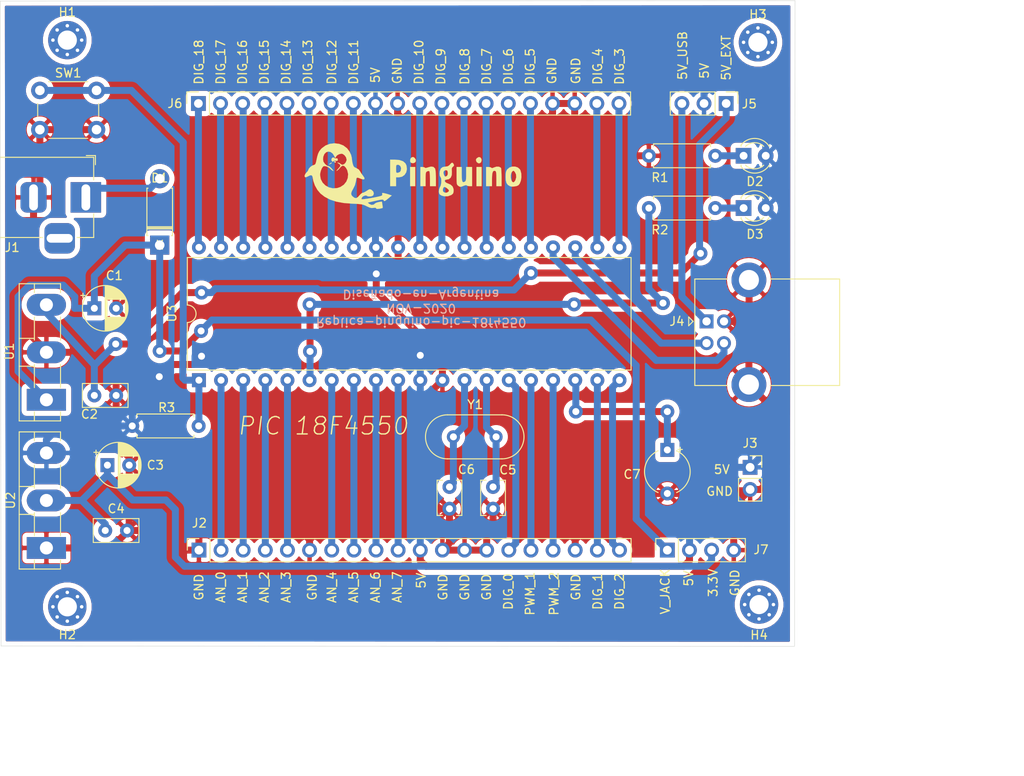
<source format=kicad_pcb>
(kicad_pcb (version 20171130) (host pcbnew 5.1.7-a382d34a8~87~ubuntu18.04.1)
  (title_block (title REPLICA-PLACA-PINGUINO-PIC) (date 04/11/20) (rev 1.0) (comment 1 "Author: Ing. Jose Mauricio Lara Tapia") (comment 2 "Reviewer: Raul Alejandro Camacho Dorado") (comment 3 "Reviewer: Diego Brengi") (comment 4 "Licencia BSD (proyecto CIAA), GPL o OHL (Cern"))
  (layers (0 F.Cu signal hide) (31 B.Cu signal hide) (34 B.Paste user hide) (35 F.Paste user hide) (36 B.SilkS user) (37 F.SilkS user) (38 B.Mask user hide) (39 F.Mask user hide) (44 Edge.Cuts user))
  (net 0 "")
  (net 1 GND)
  (net 2 /V_JACK)
  (net 3 /+5V_EXT)
  (net 4 /+3.3V)
  (net 5 "Net-(C5-Pad1)")
  (net 6 "Net-(C6-Pad1)")
  (net 7 "Net-(C7-Pad1)")
  (net 8 "Net-(D1-Pad2)")
  (net 9 "Net-(D2-Pad1)")
  (net 10 /+5V)
  (net 11 "Net-(D3-Pad1)")
  (net 12 /ANALOG_PIN13)
  (net 13 /ANALOG_PIN14)
  (net 14 /ANALOG_PIN15)
  (net 15 /ANALOG_PIN16)
  (net 16 /ANALOG_PIN17)
  (net 17 /ANALOG_PIN18)
  (net 18 /ANALOG_PIN19)
  (net 19 /ANALOG_PIN20)
  (net 20 /PIN10)
  (net 21 /PWM_PIN11)
  (net 22 /PWM_PIN12)
  (net 23 /PIN21)
  (net 24 /PIN22)
  (net 25 /+5V_USB)
  (net 26 "Net-(J4-Pad2)")
  (net 27 "Net-(J4-Pad3)")
  (net 28 /PIN23)
  (net 29 /PIN24)
  (net 30 /PIN8)
  (net 31 /PIN9)
  (net 32 /PIN25)
  (net 33 /PIN26)
  (net 34 /PIN27)
  (net 35 /PIN28)
  (net 36 /PIN0)
  (net 37 /PIN1)
  (net 38 /PIN2)
  (net 39 /PIN3)
  (net 40 /PIN4)
  (net 41 /PIN5)
  (net 42 /PIN6)
  (net 43 /PIN7)
  (net 44 /LED_RUN)
  (net 45 /RESET)
  (module logoPCB:logo_v3_mod (layer F.Cu) (at 113.5 63.75)
    (fp_text reference G*** hide)
    (fp_text value LOGO hide)
  )
  (module logoPCB:logo_placa (layer F.Cu) (at 97.75 94.25)
    (fp_text reference G*** hide)
    (fp_text value LOGO hide)
  )
  (module logoPCB:logo_placa (layer F.Cu) (at 97 94.75)
    (fp_text reference G*** hide)
    (fp_text value LOGO hide)
  )
  (module MountingHole:MountingHole_2.2mm_M2_Pad_Via (layer F.Cu) (at 152.274 110.998)
    (fp_text reference H4 (at 0 3.502) (layer F.SilkS))
    (fp_text value MountingHole)
    (pad 1 thru_hole circle (at 1.166726 -1.166726) (size 0.7 0.7) (drill 0.4) (layers *.Cu *.Mask))
    (pad 1 thru_hole circle (at 0 -1.65) (size 0.7 0.7) (drill 0.4) (layers *.Cu *.Mask))
    (pad 1 thru_hole circle (at -1.166726 -1.166726) (size 0.7 0.7) (drill 0.4) (layers *.Cu *.Mask))
    (pad 1 thru_hole circle (at -1.65 0) (size 0.7 0.7) (drill 0.4) (layers *.Cu *.Mask))
    (pad 1 thru_hole circle (at -1.166726 1.166726) (size 0.7 0.7) (drill 0.4) (layers *.Cu *.Mask))
    (pad 1 thru_hole circle (at 0 1.65) (size 0.7 0.7) (drill 0.4) (layers *.Cu *.Mask))
    (pad 1 thru_hole circle (at 1.166726 1.166726) (size 0.7 0.7) (drill 0.4) (layers *.Cu *.Mask))
    (pad 1 thru_hole circle (at 1.65 0) (size 0.7 0.7) (drill 0.4) (layers *.Cu *.Mask))
    (pad 1 thru_hole circle (at 0 0) (size 4.4 4.4) (drill 2.2) (layers *.Cu *.Mask))
  )
  (module MountingHole:MountingHole_2.2mm_M2_Pad_Via (layer F.Cu) (at 152.146 46.482)
    (fp_text reference H3 (at 0 -3.2) (layer F.SilkS))
    (fp_text value MountingHole)
    (pad 1 thru_hole circle (at 1.166726 -1.166726) (size 0.7 0.7) (drill 0.4) (layers *.Cu *.Mask))
    (pad 1 thru_hole circle (at 0 -1.65) (size 0.7 0.7) (drill 0.4) (layers *.Cu *.Mask))
    (pad 1 thru_hole circle (at -1.166726 -1.166726) (size 0.7 0.7) (drill 0.4) (layers *.Cu *.Mask))
    (pad 1 thru_hole circle (at -1.65 0) (size 0.7 0.7) (drill 0.4) (layers *.Cu *.Mask))
    (pad 1 thru_hole circle (at -1.166726 1.166726) (size 0.7 0.7) (drill 0.4) (layers *.Cu *.Mask))
    (pad 1 thru_hole circle (at 0 1.65) (size 0.7 0.7) (drill 0.4) (layers *.Cu *.Mask))
    (pad 1 thru_hole circle (at 1.166726 1.166726) (size 0.7 0.7) (drill 0.4) (layers *.Cu *.Mask))
    (pad 1 thru_hole circle (at 1.65 0) (size 0.7 0.7) (drill 0.4) (layers *.Cu *.Mask))
    (pad 1 thru_hole circle (at 0 0) (size 4.4 4.4) (drill 2.2) (layers *.Cu *.Mask))
  )
  (module MountingHole:MountingHole_2.2mm_M2_Pad_Via (layer F.Cu) (at 72.898 111.252 180)
    (fp_text reference H2 (at 0 -3.2) (layer F.SilkS))
    (fp_text value MountingHole)
    (pad 1 thru_hole circle (at 1.166726 -1.166726 180) (size 0.7 0.7) (drill 0.4) (layers *.Cu *.Mask))
    (pad 1 thru_hole circle (at 0 -1.65 180) (size 0.7 0.7) (drill 0.4) (layers *.Cu *.Mask))
    (pad 1 thru_hole circle (at -1.166726 -1.166726 180) (size 0.7 0.7) (drill 0.4) (layers *.Cu *.Mask))
    (pad 1 thru_hole circle (at -1.65 0 180) (size 0.7 0.7) (drill 0.4) (layers *.Cu *.Mask))
    (pad 1 thru_hole circle (at -1.166726 1.166726 180) (size 0.7 0.7) (drill 0.4) (layers *.Cu *.Mask))
    (pad 1 thru_hole circle (at 0 1.65 180) (size 0.7 0.7) (drill 0.4) (layers *.Cu *.Mask))
    (pad 1 thru_hole circle (at 1.166726 1.166726 180) (size 0.7 0.7) (drill 0.4) (layers *.Cu *.Mask))
    (pad 1 thru_hole circle (at 1.65 0 180) (size 0.7 0.7) (drill 0.4) (layers *.Cu *.Mask))
    (pad 1 thru_hole circle (at 0 0 180) (size 4.4 4.4) (drill 2.2) (layers *.Cu *.Mask))
  )
  (module MountingHole:MountingHole_2.2mm_M2_Pad_Via (layer F.Cu) (at 72.898 46.228)
    (fp_text reference H1 (at 0 -3.2) (layer F.SilkS))
    (fp_text value MountingHole)
    (pad 1 thru_hole circle (at 1.166726 -1.166726) (size 0.7 0.7) (drill 0.4) (layers *.Cu *.Mask))
    (pad 1 thru_hole circle (at 0 -1.65) (size 0.7 0.7) (drill 0.4) (layers *.Cu *.Mask))
    (pad 1 thru_hole circle (at -1.166726 -1.166726) (size 0.7 0.7) (drill 0.4) (layers *.Cu *.Mask))
    (pad 1 thru_hole circle (at -1.65 0) (size 0.7 0.7) (drill 0.4) (layers *.Cu *.Mask))
    (pad 1 thru_hole circle (at -1.166726 1.166726) (size 0.7 0.7) (drill 0.4) (layers *.Cu *.Mask))
    (pad 1 thru_hole circle (at 0 1.65) (size 0.7 0.7) (drill 0.4) (layers *.Cu *.Mask))
    (pad 1 thru_hole circle (at 1.166726 1.166726) (size 0.7 0.7) (drill 0.4) (layers *.Cu *.Mask))
    (pad 1 thru_hole circle (at 1.65 0) (size 0.7 0.7) (drill 0.4) (layers *.Cu *.Mask))
    (pad 1 thru_hole circle (at 0 0) (size 4.4 4.4) (drill 2.2) (layers *.Cu *.Mask))
  )
  (module Package_DIP:DIP-40_W15.24mm (layer F.Cu) (at 88 85.25 90)
    (fp_text reference U3 (at 7.65 -3.1 90) (layer F.SilkS))
    (fp_text value PIC18F4550-IP)
    (pad 1 thru_hole rect (at 0 0 90) (size 1.6 1.6) (drill 0.8) (layers *.Cu *.Mask) (net 45 /RESET))
    (pad 21 thru_hole oval (at 15.24 48.26 90) (size 1.6 1.6) (drill 0.8) (layers *.Cu *.Mask) (net 28 /PIN23))
    (pad 2 thru_hole oval (at 0 2.54 90) (size 1.6 1.6) (drill 0.8) (layers *.Cu *.Mask) (net 12 /ANALOG_PIN13))
    (pad 22 thru_hole oval (at 15.24 45.72 90) (size 1.6 1.6) (drill 0.8) (layers *.Cu *.Mask) (net 29 /PIN24))
    (pad 3 thru_hole oval (at 0 5.08 90) (size 1.6 1.6) (drill 0.8) (layers *.Cu *.Mask) (net 13 /ANALOG_PIN14))
    (pad 23 thru_hole oval (at 15.24 43.18 90) (size 1.6 1.6) (drill 0.8) (layers *.Cu *.Mask) (net 26 "Net-(J4-Pad2)"))
    (pad 4 thru_hole oval (at 0 7.62 90) (size 1.6 1.6) (drill 0.8) (layers *.Cu *.Mask) (net 14 /ANALOG_PIN15))
    (pad 24 thru_hole oval (at 15.24 40.64 90) (size 1.6 1.6) (drill 0.8) (layers *.Cu *.Mask) (net 27 "Net-(J4-Pad3)"))
    (pad 5 thru_hole oval (at 0 10.16 90) (size 1.6 1.6) (drill 0.8) (layers *.Cu *.Mask) (net 15 /ANALOG_PIN16))
    (pad 25 thru_hole oval (at 15.24 38.1 90) (size 1.6 1.6) (drill 0.8) (layers *.Cu *.Mask) (net 30 /PIN8))
    (pad 6 thru_hole oval (at 0 12.7 90) (size 1.6 1.6) (drill 0.8) (layers *.Cu *.Mask) (net 44 /LED_RUN))
    (pad 26 thru_hole oval (at 15.24 35.56 90) (size 1.6 1.6) (drill 0.8) (layers *.Cu *.Mask) (net 31 /PIN9))
    (pad 7 thru_hole oval (at 0 15.24 90) (size 1.6 1.6) (drill 0.8) (layers *.Cu *.Mask) (net 16 /ANALOG_PIN17))
    (pad 27 thru_hole oval (at 15.24 33.02 90) (size 1.6 1.6) (drill 0.8) (layers *.Cu *.Mask) (net 32 /PIN25))
    (pad 8 thru_hole oval (at 0 17.78 90) (size 1.6 1.6) (drill 0.8) (layers *.Cu *.Mask) (net 17 /ANALOG_PIN18))
    (pad 28 thru_hole oval (at 15.24 30.48 90) (size 1.6 1.6) (drill 0.8) (layers *.Cu *.Mask) (net 33 /PIN26))
    (pad 9 thru_hole oval (at 0 20.32 90) (size 1.6 1.6) (drill 0.8) (layers *.Cu *.Mask) (net 18 /ANALOG_PIN19))
    (pad 29 thru_hole oval (at 15.24 27.94 90) (size 1.6 1.6) (drill 0.8) (layers *.Cu *.Mask) (net 34 /PIN27))
    (pad 10 thru_hole oval (at 0 22.86 90) (size 1.6 1.6) (drill 0.8) (layers *.Cu *.Mask) (net 19 /ANALOG_PIN20))
    (pad 30 thru_hole oval (at 15.24 25.4 90) (size 1.6 1.6) (drill 0.8) (layers *.Cu *.Mask) (net 35 /PIN28))
    (pad 11 thru_hole oval (at 0 25.4 90) (size 1.6 1.6) (drill 0.8) (layers *.Cu *.Mask) (net 10 /+5V))
    (pad 31 thru_hole oval (at 15.24 22.86 90) (size 1.6 1.6) (drill 0.8) (layers *.Cu *.Mask) (net 1 GND))
    (pad 12 thru_hole oval (at 0 27.94 90) (size 1.6 1.6) (drill 0.8) (layers *.Cu *.Mask) (net 1 GND))
    (pad 32 thru_hole oval (at 15.24 20.32 90) (size 1.6 1.6) (drill 0.8) (layers *.Cu *.Mask) (net 10 /+5V))
    (pad 13 thru_hole oval (at 0 30.48 90) (size 1.6 1.6) (drill 0.8) (layers *.Cu *.Mask) (net 6 "Net-(C6-Pad1)"))
    (pad 33 thru_hole oval (at 15.24 17.78 90) (size 1.6 1.6) (drill 0.8) (layers *.Cu *.Mask) (net 36 /PIN0))
    (pad 14 thru_hole oval (at 0 33.02 90) (size 1.6 1.6) (drill 0.8) (layers *.Cu *.Mask) (net 5 "Net-(C5-Pad1)"))
    (pad 34 thru_hole oval (at 15.24 15.24 90) (size 1.6 1.6) (drill 0.8) (layers *.Cu *.Mask) (net 37 /PIN1))
    (pad 15 thru_hole oval (at 0 35.56 90) (size 1.6 1.6) (drill 0.8) (layers *.Cu *.Mask) (net 20 /PIN10))
    (pad 35 thru_hole oval (at 15.24 12.7 90) (size 1.6 1.6) (drill 0.8) (layers *.Cu *.Mask) (net 38 /PIN2))
    (pad 16 thru_hole oval (at 0 38.1 90) (size 1.6 1.6) (drill 0.8) (layers *.Cu *.Mask) (net 21 /PWM_PIN11))
    (pad 36 thru_hole oval (at 15.24 10.16 90) (size 1.6 1.6) (drill 0.8) (layers *.Cu *.Mask) (net 39 /PIN3))
    (pad 17 thru_hole oval (at 0 40.64 90) (size 1.6 1.6) (drill 0.8) (layers *.Cu *.Mask) (net 22 /PWM_PIN12))
    (pad 37 thru_hole oval (at 15.24 7.62 90) (size 1.6 1.6) (drill 0.8) (layers *.Cu *.Mask) (net 40 /PIN4))
    (pad 18 thru_hole oval (at 0 43.18 90) (size 1.6 1.6) (drill 0.8) (layers *.Cu *.Mask) (net 7 "Net-(C7-Pad1)"))
    (pad 38 thru_hole oval (at 15.24 5.08 90) (size 1.6 1.6) (drill 0.8) (layers *.Cu *.Mask) (net 41 /PIN5))
    (pad 19 thru_hole oval (at 0 45.72 90) (size 1.6 1.6) (drill 0.8) (layers *.Cu *.Mask) (net 23 /PIN21))
    (pad 39 thru_hole oval (at 15.24 2.54 90) (size 1.6 1.6) (drill 0.8) (layers *.Cu *.Mask) (net 42 /PIN6))
    (pad 20 thru_hole oval (at 0 48.26 90) (size 1.6 1.6) (drill 0.8) (layers *.Cu *.Mask) (net 24 /PIN22))
    (pad 40 thru_hole oval (at 15.24 0 90) (size 1.6 1.6) (drill 0.8) (layers *.Cu *.Mask) (net 43 /PIN7))
  )
  (module Package_TO_SOT_THT:TO-3P-3_Vertical (layer F.Cu) (at 70.5 104.5 90)
    (fp_text reference U2 (at 5.45 -4.12 90) (layer F.SilkS))
    (fp_text value AZ1117-3.3)
    (pad 3 thru_hole oval (at 10.9 0 90) (size 2.5 4.5) (drill 1.5) (layers *.Cu *.Mask) (net 10 /+5V))
    (pad 2 thru_hole oval (at 5.45 0 90) (size 2.5 4.5) (drill 1.5) (layers *.Cu *.Mask) (net 4 /+3.3V))
    (pad 1 thru_hole rect (at 0 0 90) (size 2.5 4.5) (drill 1.5) (layers *.Cu *.Mask) (net 1 GND))
  )
  (module Connector_USB:USB_B_Lumberg_2411_02_Horizontal (layer F.Cu) (at 146.25 78.5)
    (fp_text reference J4 (at -3.4 0) (layer F.SilkS))
    (fp_text value USB_B)
    (pad 1 thru_hole rect (at 0 0 90) (size 1.6 1.6) (drill 0.95) (layers *.Cu *.Mask) (net 25 /+5V_USB))
    (pad 2 thru_hole circle (at 0 2.5 90) (size 1.6 1.6) (drill 0.95) (layers *.Cu *.Mask) (net 26 "Net-(J4-Pad2)"))
    (pad 3 thru_hole circle (at 2 2.5 90) (size 1.6 1.6) (drill 0.95) (layers *.Cu *.Mask) (net 27 "Net-(J4-Pad3)"))
    (pad 4 thru_hole circle (at 2 0 90) (size 1.6 1.6) (drill 0.95) (layers *.Cu *.Mask) (net 1 GND))
    (pad 5 thru_hole circle (at 4.86 7.25 90) (size 4 4) (drill 2.3) (layers *.Cu *.Mask) (net 1 GND))
    (pad 5 thru_hole circle (at 4.86 -4.75 90) (size 4 4) (drill 2.3) (layers *.Cu *.Mask) (net 1 GND))
  )
  (module Connector_BarrelJack:BarrelJack_Horizontal (layer F.Cu) (at 75.025 64.275)
    (fp_text reference J1 (at -8.45 5.75) (layer F.SilkS))
    (fp_text value Jack-DC)
    (pad 1 thru_hole rect (at 0 0) (size 3.5 3.5) (drill oval 1 3) (layers *.Cu *.Mask) (net 8 "Net-(D1-Pad2)"))
    (pad 2 thru_hole roundrect (at -6 0) (size 3 3.5) (drill oval 1 3) (layers *.Cu *.Mask) (net 1 GND))
    (pad 3 thru_hole roundrect (at -3 4.7) (size 3.5 3.5) (drill oval 3 1) (layers *.Cu *.Mask))
  )
  (module Connector_PinSocket_2.54mm:PinSocket_1x20_P2.54mm_Vertical (layer F.Cu) (at 88 104.75 90)
    (fp_text reference J2 (at 3.1 0.05 180) (layer F.SilkS))
    (fp_text value Pin_Header)
    (pad 20 thru_hole oval (at 0 48.26 90) (size 1.7 1.7) (drill 1) (layers *.Cu *.Mask) (net 24 /PIN22))
    (pad 19 thru_hole oval (at 0 45.72 90) (size 1.7 1.7) (drill 1) (layers *.Cu *.Mask) (net 23 /PIN21))
    (pad 18 thru_hole oval (at 0 43.18 90) (size 1.7 1.7) (drill 1) (layers *.Cu *.Mask) (net 1 GND))
    (pad 17 thru_hole oval (at 0 40.64 90) (size 1.7 1.7) (drill 1) (layers *.Cu *.Mask) (net 22 /PWM_PIN12))
    (pad 16 thru_hole oval (at 0 38.1 90) (size 1.7 1.7) (drill 1) (layers *.Cu *.Mask) (net 21 /PWM_PIN11))
    (pad 15 thru_hole oval (at 0 35.56 90) (size 1.7 1.7) (drill 1) (layers *.Cu *.Mask) (net 20 /PIN10))
    (pad 14 thru_hole oval (at 0 33.02 90) (size 1.7 1.7) (drill 1) (layers *.Cu *.Mask) (net 1 GND))
    (pad 13 thru_hole oval (at 0 30.48 90) (size 1.7 1.7) (drill 1) (layers *.Cu *.Mask) (net 1 GND))
    (pad 12 thru_hole oval (at 0 27.94 90) (size 1.7 1.7) (drill 1) (layers *.Cu *.Mask) (net 1 GND))
    (pad 11 thru_hole oval (at 0 25.4 90) (size 1.7 1.7) (drill 1) (layers *.Cu *.Mask) (net 10 /+5V))
    (pad 10 thru_hole oval (at 0 22.86 90) (size 1.7 1.7) (drill 1) (layers *.Cu *.Mask) (net 19 /ANALOG_PIN20))
    (pad 9 thru_hole oval (at 0 20.32 90) (size 1.7 1.7) (drill 1) (layers *.Cu *.Mask) (net 18 /ANALOG_PIN19))
    (pad 8 thru_hole oval (at 0 17.78 90) (size 1.7 1.7) (drill 1) (layers *.Cu *.Mask) (net 17 /ANALOG_PIN18))
    (pad 7 thru_hole oval (at 0 15.24 90) (size 1.7 1.7) (drill 1) (layers *.Cu *.Mask) (net 16 /ANALOG_PIN17))
    (pad 6 thru_hole oval (at 0 12.7 90) (size 1.7 1.7) (drill 1) (layers *.Cu *.Mask) (net 1 GND))
    (pad 5 thru_hole oval (at 0 10.16 90) (size 1.7 1.7) (drill 1) (layers *.Cu *.Mask) (net 15 /ANALOG_PIN16))
    (pad 4 thru_hole oval (at 0 7.62 90) (size 1.7 1.7) (drill 1) (layers *.Cu *.Mask) (net 14 /ANALOG_PIN15))
    (pad 3 thru_hole oval (at 0 5.08 90) (size 1.7 1.7) (drill 1) (layers *.Cu *.Mask) (net 13 /ANALOG_PIN14))
    (pad 2 thru_hole oval (at 0 2.54 90) (size 1.7 1.7) (drill 1) (layers *.Cu *.Mask) (net 12 /ANALOG_PIN13))
    (pad 1 thru_hole rect (at 0 0 90) (size 1.7 1.7) (drill 1) (layers *.Cu *.Mask) (net 1 GND))
  )
  (module Capacitor_THT:CP_Radial_D5.0mm_P2.50mm (layer F.Cu) (at 76 77)
    (fp_text reference C1 (at 2.3 -3.75) (layer F.SilkS))
    (fp_text value 100uF)
    (pad 1 thru_hole rect (at 0 0) (size 1.6 1.6) (drill 0.8) (layers *.Cu *.Mask) (net 2 /V_JACK))
    (pad 2 thru_hole circle (at 2.5 0) (size 1.6 1.6) (drill 0.8) (layers *.Cu *.Mask) (net 1 GND))
  )
  (module Capacitor_THT:C_Disc_D5.0mm_W2.5mm_P2.50mm (layer F.Cu) (at 76 87)
    (fp_text reference C2 (at -0.562 2.154) (layer F.SilkS))
    (fp_text value 100nF)
    (pad 2 thru_hole circle (at 2.5 0) (size 1.6 1.6) (drill 0.8) (layers *.Cu *.Mask) (net 1 GND))
    (pad 1 thru_hole circle (at 0 0) (size 1.6 1.6) (drill 0.8) (layers *.Cu *.Mask) (net 3 /+5V_EXT))
  )
  (module Capacitor_THT:CP_Radial_D5.0mm_P2.50mm (layer F.Cu) (at 77.5 95)
    (fp_text reference C3 (at 5.5 0) (layer F.SilkS))
    (fp_text value 47uF)
    (pad 1 thru_hole rect (at 0 0) (size 1.6 1.6) (drill 0.8) (layers *.Cu *.Mask) (net 4 /+3.3V))
    (pad 2 thru_hole circle (at 2.5 0) (size 1.6 1.6) (drill 0.8) (layers *.Cu *.Mask) (net 1 GND))
  )
  (module Capacitor_THT:C_Disc_D5.0mm_W2.5mm_P2.50mm (layer F.Cu) (at 77.25 102.5)
    (fp_text reference C4 (at 1.25 -2.5) (layer F.SilkS))
    (fp_text value 100nF)
    (pad 1 thru_hole circle (at 0 0) (size 1.6 1.6) (drill 0.8) (layers *.Cu *.Mask) (net 4 /+3.3V))
    (pad 2 thru_hole circle (at 2.5 0) (size 1.6 1.6) (drill 0.8) (layers *.Cu *.Mask) (net 1 GND))
  )
  (module Capacitor_THT:C_Disc_D3.8mm_W2.6mm_P2.50mm (layer F.Cu) (at 121.75 97.5 270)
    (fp_text reference C5 (at -1.95 -1.7 180) (layer F.SilkS))
    (fp_text value 22pF)
    (pad 1 thru_hole circle (at 0 0 270) (size 1.6 1.6) (drill 0.8) (layers *.Cu *.Mask) (net 5 "Net-(C5-Pad1)"))
    (pad 2 thru_hole circle (at 2.5 0 270) (size 1.6 1.6) (drill 0.8) (layers *.Cu *.Mask) (net 1 GND))
  )
  (module Capacitor_THT:C_Disc_D3.8mm_W2.6mm_P2.50mm (layer F.Cu) (at 116.75 97.5 270)
    (fp_text reference C6 (at -2 -1.95 180) (layer F.SilkS))
    (fp_text value 22pF)
    (pad 2 thru_hole circle (at 2.5 0 270) (size 1.6 1.6) (drill 0.8) (layers *.Cu *.Mask) (net 1 GND))
    (pad 1 thru_hole circle (at 0 0 270) (size 1.6 1.6) (drill 0.8) (layers *.Cu *.Mask) (net 6 "Net-(C6-Pad1)"))
  )
  (module Capacitor_THT:CP_Radial_Tantal_D5.0mm_P5.00mm (layer F.Cu) (at 141.75 93.25 270)
    (fp_text reference C7 (at 2.8 4.05 180) (layer F.SilkS))
    (fp_text value 220nF)
    (pad 1 thru_hole rect (at 0 0 270) (size 1.6 1.6) (drill 0.8) (layers *.Cu *.Mask) (net 7 "Net-(C7-Pad1)"))
    (pad 2 thru_hole circle (at 5 0 270) (size 1.6 1.6) (drill 0.8) (layers *.Cu *.Mask) (net 1 GND))
  )
  (module Diode_THT:D_DO-41_SOD81_P7.62mm_Horizontal (layer F.Cu) (at 83.5 69.75 90)
    (fp_text reference D1 (at 7.7 0 180) (layer F.SilkS))
    (fp_text value 1N4004)
    (fp_text user K (at 0 0 180) (layer F.SilkS))
    (pad 1 thru_hole rect (at 0 0 90) (size 2.2 2.2) (drill 1.1) (layers *.Cu *.Mask) (net 2 /V_JACK))
    (pad 2 thru_hole oval (at 7.62 0 90) (size 2.2 2.2) (drill 1.1) (layers *.Cu *.Mask) (net 8 "Net-(D1-Pad2)"))
  )
  (module LED_THT:LED_D3.0mm (layer F.Cu) (at 150.5 59.5)
    (fp_text reference D2 (at 1.3 2.95) (layer F.SilkS))
    (fp_text value LED_POWER)
    (pad 1 thru_hole rect (at 0 0) (size 1.8 1.8) (drill 0.9) (layers *.Cu *.Mask) (net 9 "Net-(D2-Pad1)"))
    (pad 2 thru_hole circle (at 2.54 0) (size 1.8 1.8) (drill 0.9) (layers *.Cu *.Mask) (net 10 /+5V))
  )
  (module LED_THT:LED_D3.0mm (layer F.Cu) (at 150.5 65.5)
    (fp_text reference D3 (at 1.3 3) (layer F.SilkS))
    (fp_text value LED_RUN)
    (pad 2 thru_hole circle (at 2.54 0) (size 1.8 1.8) (drill 0.9) (layers *.Cu *.Mask) (net 10 /+5V))
    (pad 1 thru_hole rect (at 0 0) (size 1.8 1.8) (drill 0.9) (layers *.Cu *.Mask) (net 11 "Net-(D3-Pad1)"))
  )
  (module Connector_PinSocket_2.54mm:PinSocket_1x02_P2.54mm_Vertical (layer F.Cu) (at 151.25 95.25)
    (fp_text reference J3 (at 0 -2.77) (layer F.SilkS))
    (fp_text value Conn_01x02)
    (pad 1 thru_hole rect (at 0 0) (size 1.7 1.7) (drill 1) (layers *.Cu *.Mask) (net 10 /+5V))
    (pad 2 thru_hole oval (at 0 2.54) (size 1.7 1.7) (drill 1) (layers *.Cu *.Mask) (net 1 GND))
  )
  (module Connector_PinHeader_2.54mm:PinHeader_1x03_P2.54mm_Vertical (layer F.Cu) (at 148.5 53.5 270)
    (fp_text reference J5 (at 0.05 -2.65 180) (layer F.SilkS))
    (fp_text value Conn_01x03)
    (pad 1 thru_hole rect (at 0 0 270) (size 1.7 1.7) (drill 1) (layers *.Cu *.Mask) (net 3 /+5V_EXT))
    (pad 2 thru_hole oval (at 0 2.54 270) (size 1.7 1.7) (drill 1) (layers *.Cu *.Mask) (net 10 /+5V))
    (pad 3 thru_hole oval (at 0 5.08 270) (size 1.7 1.7) (drill 1) (layers *.Cu *.Mask) (net 25 /+5V_USB))
  )
  (module Connector_PinSocket_2.54mm:PinSocket_1x20_P2.54mm_Vertical (layer F.Cu) (at 87.94 53.5 90)
    (fp_text reference J6 (at 0 -2.69 180) (layer F.SilkS))
    (fp_text value Pin_Header)
    (pad 1 thru_hole rect (at 0 0 90) (size 1.7 1.7) (drill 1) (layers *.Cu *.Mask) (net 43 /PIN7))
    (pad 2 thru_hole oval (at 0 2.54 90) (size 1.7 1.7) (drill 1) (layers *.Cu *.Mask) (net 42 /PIN6))
    (pad 3 thru_hole oval (at 0 5.08 90) (size 1.7 1.7) (drill 1) (layers *.Cu *.Mask) (net 41 /PIN5))
    (pad 4 thru_hole oval (at 0 7.62 90) (size 1.7 1.7) (drill 1) (layers *.Cu *.Mask) (net 40 /PIN4))
    (pad 5 thru_hole oval (at 0 10.16 90) (size 1.7 1.7) (drill 1) (layers *.Cu *.Mask) (net 39 /PIN3))
    (pad 6 thru_hole oval (at 0 12.7 90) (size 1.7 1.7) (drill 1) (layers *.Cu *.Mask) (net 38 /PIN2))
    (pad 7 thru_hole oval (at 0 15.24 90) (size 1.7 1.7) (drill 1) (layers *.Cu *.Mask) (net 37 /PIN1))
    (pad 8 thru_hole oval (at 0 17.78 90) (size 1.7 1.7) (drill 1) (layers *.Cu *.Mask) (net 36 /PIN0))
    (pad 9 thru_hole oval (at 0 20.32 90) (size 1.7 1.7) (drill 1) (layers *.Cu *.Mask) (net 10 /+5V))
    (pad 10 thru_hole oval (at 0 22.86 90) (size 1.7 1.7) (drill 1) (layers *.Cu *.Mask) (net 1 GND))
    (pad 11 thru_hole oval (at 0 25.4 90) (size 1.7 1.7) (drill 1) (layers *.Cu *.Mask) (net 35 /PIN28))
    (pad 12 thru_hole oval (at 0 27.94 90) (size 1.7 1.7) (drill 1) (layers *.Cu *.Mask) (net 34 /PIN27))
    (pad 13 thru_hole oval (at 0 30.48 90) (size 1.7 1.7) (drill 1) (layers *.Cu *.Mask) (net 33 /PIN26))
    (pad 14 thru_hole oval (at 0 33.02 90) (size 1.7 1.7) (drill 1) (layers *.Cu *.Mask) (net 32 /PIN25))
    (pad 15 thru_hole oval (at 0 35.56 90) (size 1.7 1.7) (drill 1) (layers *.Cu *.Mask) (net 31 /PIN9))
    (pad 16 thru_hole oval (at 0 38.1 90) (size 1.7 1.7) (drill 1) (layers *.Cu *.Mask) (net 30 /PIN8))
    (pad 17 thru_hole oval (at 0 40.64 90) (size 1.7 1.7) (drill 1) (layers *.Cu *.Mask) (net 1 GND))
    (pad 18 thru_hole oval (at 0 43.18 90) (size 1.7 1.7) (drill 1) (layers *.Cu *.Mask) (net 1 GND))
    (pad 19 thru_hole oval (at 0 45.72 90) (size 1.7 1.7) (drill 1) (layers *.Cu *.Mask) (net 29 /PIN24))
    (pad 20 thru_hole oval (at 0 48.26 90) (size 1.7 1.7) (drill 1) (layers *.Cu *.Mask) (net 28 /PIN23))
  )
  (module Connector_PinSocket_2.54mm:PinSocket_1x04_P2.54mm_Vertical (layer F.Cu) (at 141.75 104.75 90)
    (fp_text reference J7 (at 0.05 10.75 180) (layer F.SilkS))
    (fp_text value Conn_01x04)
    (pad 1 thru_hole rect (at 0 0 90) (size 1.7 1.7) (drill 1) (layers *.Cu *.Mask) (net 2 /V_JACK))
    (pad 2 thru_hole oval (at 0 2.54 90) (size 1.7 1.7) (drill 1) (layers *.Cu *.Mask) (net 10 /+5V))
    (pad 3 thru_hole oval (at 0 5.08 90) (size 1.7 1.7) (drill 1) (layers *.Cu *.Mask) (net 4 /+3.3V))
    (pad 4 thru_hole oval (at 0 7.62 90) (size 1.7 1.7) (drill 1) (layers *.Cu *.Mask) (net 1 GND))
  )
  (module Resistor_THT:R_Axial_DIN0207_L6.3mm_D2.5mm_P7.62mm_Horizontal (layer F.Cu) (at 147.25 59.5 180)
    (fp_text reference R1 (at 6.35 -2.5) (layer F.SilkS))
    (fp_text value 470)
    (pad 1 thru_hole circle (at 0 0 180) (size 1.6 1.6) (drill 0.8) (layers *.Cu *.Mask) (net 9 "Net-(D2-Pad1)"))
    (pad 2 thru_hole oval (at 7.62 0 180) (size 1.6 1.6) (drill 0.8) (layers *.Cu *.Mask) (net 1 GND))
  )
  (module Resistor_THT:R_Axial_DIN0207_L6.3mm_D2.5mm_P7.62mm_Horizontal (layer F.Cu) (at 147.25 65.5 180)
    (fp_text reference R2 (at 6.35 -2.5) (layer F.SilkS))
    (fp_text value 470)
    (pad 2 thru_hole oval (at 7.62 0 180) (size 1.6 1.6) (drill 0.8) (layers *.Cu *.Mask) (net 44 /LED_RUN))
    (pad 1 thru_hole circle (at 0 0 180) (size 1.6 1.6) (drill 0.8) (layers *.Cu *.Mask) (net 11 "Net-(D3-Pad1)"))
  )
  (module Resistor_THT:R_Axial_DIN0207_L6.3mm_D2.5mm_P7.62mm_Horizontal (layer F.Cu) (at 80.35 90.5)
    (fp_text reference R3 (at 3.95 -2.108) (layer F.SilkS))
    (fp_text value 10K)
    (pad 2 thru_hole oval (at 7.62 0) (size 1.6 1.6) (drill 0.8) (layers *.Cu *.Mask) (net 45 /RESET))
    (pad 1 thru_hole circle (at 0 0) (size 1.6 1.6) (drill 0.8) (layers *.Cu *.Mask) (net 10 /+5V))
  )
  (module Button_Switch_THT:SW_PUSH_6mm_H7.3mm (layer F.Cu) (at 69.75 52)
    (fp_text reference SW1 (at 3.25 -2) (layer F.SilkS))
    (fp_text value SW_Push)
    (pad 2 thru_hole circle (at 0 4.5 90) (size 2 2) (drill 1.1) (layers *.Cu *.Mask) (net 1 GND))
    (pad 1 thru_hole circle (at 0 0 90) (size 2 2) (drill 1.1) (layers *.Cu *.Mask) (net 45 /RESET))
    (pad 2 thru_hole circle (at 6.5 4.5 90) (size 2 2) (drill 1.1) (layers *.Cu *.Mask) (net 1 GND))
    (pad 1 thru_hole circle (at 6.5 0 90) (size 2 2) (drill 1.1) (layers *.Cu *.Mask) (net 45 /RESET))
  )
  (module Package_TO_SOT_THT:TO-3P-3_Vertical (layer F.Cu) (at 70.5 87.5 90)
    (fp_text reference U1 (at 5.55 -4.25 90) (layer F.SilkS))
    (fp_text value L7805)
    (pad 1 thru_hole rect (at 0 0 90) (size 2.5 4.5) (drill 1.5) (layers *.Cu *.Mask) (net 2 /V_JACK))
    (pad 2 thru_hole oval (at 5.45 0 90) (size 2.5 4.5) (drill 1.5) (layers *.Cu *.Mask) (net 1 GND))
    (pad 3 thru_hole oval (at 10.9 0 90) (size 2.5 4.5) (drill 1.5) (layers *.Cu *.Mask) (net 3 /+5V_EXT))
  )
  (module Crystal:Crystal_HC18-U_Vertical (layer F.Cu) (at 122.1 91.75 180)
    (fp_text reference Y1 (at 2.4 3.7) (layer F.SilkS))
    (fp_text value "Crystal 20MHz")
    (pad 1 thru_hole circle (at 0 0 180) (size 1.5 1.5) (drill 0.8) (layers *.Cu *.Mask) (net 5 "Net-(C5-Pad1)"))
    (pad 2 thru_hole circle (at 4.9 0 180) (size 1.5 1.5) (drill 0.8) (layers *.Cu *.Mask) (net 6 "Net-(C6-Pad1)"))
  )
  (gr_text "Replica-pinguino-pic-18f4550\nNOV-2020\nDiseñado-en-Argentina" (at 113.5 77 180) (layer B.SilkS) (effects (font (size 1 1)) (justify mirror)))
  (gr_text "PIC 18F4550" (at 102.25 90.5) (layer F.SilkS) (effects (font (size 2 2) (thickness 0.15) italic)))
  (gr_text GND (at 147.75 98) (layer F.SilkS) (effects (font (size 1 1))))
  (gr_text 5V (at 148 95.5) (layer F.SilkS) (effects (font (size 1 1))))
  (gr_text 5V_EXT (at 148.5 48.25 90) (layer F.SilkS) (effects (font (size 1 1))))
  (gr_text 5V (at 146 49.75 90) (layer F.SilkS) (effects (font (size 1 1))))
  (gr_text 5V_USB (at 143.5 48 90) (layer F.SilkS) (effects (font (size 1 1))))
  (gr_text DIG_0 (at 123.5 109.5 90) (layer F.SilkS) (effects (font (size 1 1))))
  (gr_text DIG_1 (at 133.75 109.5 90) (layer F.SilkS) (effects (font (size 1 1))))
  (gr_text DIG_2 (at 136.25 109.5 90) (layer F.SilkS) (effects (font (size 1 1))))
  (gr_text DIG_3 (at 136.25 49.25 90) (layer F.SilkS) (effects (font (size 1 1))))
  (gr_text DIG_4 (at 133.75 49.25 90) (layer F.SilkS) (effects (font (size 1 1))))
  (gr_text DIG_5 (at 126 49.25 90) (layer F.SilkS) (effects (font (size 1 1))))
  (gr_text DIG_6 (at 123.5 49.25 90) (layer F.SilkS) (effects (font (size 1 1))))
  (gr_text DIG_7 (at 121 49.25 90) (layer F.SilkS) (effects (font (size 1 1))))
  (gr_text DIG_8 (at 118.5 49.25 90) (layer F.SilkS) (effects (font (size 1 1))))
  (gr_text DIG_9 (at 115.75 49.25 90) (layer F.SilkS) (effects (font (size 1 1))))
  (gr_text DIG_10 (at 113.25 48.75 90) (layer F.SilkS) (effects (font (size 1 1))))
  (gr_text 5V (at 108.25 50.25 90) (layer F.SilkS) (effects (font (size 1 1))))
  (gr_text DIG_11 (at 105.75 48.75 90) (layer F.SilkS) (effects (font (size 1 1))))
  (gr_text DIG_12 (at 103.25 48.75 90) (layer F.SilkS) (effects (font (size 1 1))))
  (gr_text DIG_13 (at 100.5 48.75 90) (layer F.SilkS) (effects (font (size 1 1))))
  (gr_text "DIG_14\n" (at 98 48.75 90) (layer F.SilkS) (effects (font (size 1 1))))
  (gr_text DIG_15 (at 95.5 48.75 90) (layer F.SilkS) (effects (font (size 1 1))))
  (gr_text DIG_16 (at 93 48.75 90) (layer F.SilkS) (effects (font (size 1 1))))
  (gr_text DIG_17 (at 90.5 48.75 90) (layer F.SilkS) (effects (font (size 1 1))))
  (gr_text DIG_18 (at 88 48.75 90) (layer F.SilkS) (effects (font (size 1 1))))
  (gr_text "GND\n" (at 131.25 49.75 90) (layer F.SilkS) (effects (font (size 1 1))))
  (gr_text "GND\n" (at 128.5 49.75 90) (layer F.SilkS) (effects (font (size 1 1))))
  (gr_text "GND\n" (at 110.75 49.75 90) (layer F.SilkS) (effects (font (size 1 1))))
  (gr_text "GND\n" (at 131.25 109 90) (layer F.SilkS) (effects (font (size 1 1))))
  (gr_text PWM_2 (at 128.75 109.75 90) (layer F.SilkS) (effects (font (size 1 1))))
  (gr_text "PWM_1\n" (at 126 109.75 90) (layer F.SilkS) (effects (font (size 1 1))))
  (gr_text 5V (at 113.5 108.25 90) (layer F.SilkS) (effects (font (size 1 1))))
  (gr_text AN_7 (at 110.75 109 90) (layer F.SilkS) (effects (font (size 1 1))))
  (gr_text AN_6 (at 108.25 109 90) (layer F.SilkS) (effects (font (size 1 1))))
  (gr_text AN_5 (at 105.75 109 90) (layer F.SilkS) (effects (font (size 1 1))))
  (gr_text AN_4 (at 103.25 109 90) (layer F.SilkS) (effects (font (size 1 1))))
  (gr_text AN_3 (at 98 109 90) (layer F.SilkS) (effects (font (size 1 1))))
  (gr_text AN_2 (at 95.5 109 90) (layer F.SilkS) (effects (font (size 1 1))))
  (gr_text AN_1 (at 93 109 90) (layer F.SilkS) (effects (font (size 1 1))))
  (gr_text AN_0 (at 90.5 109 90) (layer F.SilkS) (effects (font (size 1 1))))
  (gr_text "GND\n" (at 121 109 90) (layer F.SilkS) (effects (font (size 1 1))))
  (gr_text "GND\n" (at 118.5 109 90) (layer F.SilkS) (effects (font (size 1 1))))
  (gr_text "GND\n" (at 116 109 90) (layer F.SilkS) (effects (font (size 1 1))))
  (gr_text "GND\n" (at 101 109 90) (layer F.SilkS) (effects (font (size 1 1))))
  (gr_text "GND\n" (at 88 109 90) (layer F.SilkS) (effects (font (size 1 1))))
  (gr_text "GND\n" (at 149.5 108.5 90) (layer F.SilkS) (effects (font (size 1 1))))
  (gr_text "3.3V\n" (at 147 108.5 90) (layer F.SilkS) (effects (font (size 1 1))))
  (gr_text "5V\n\n" (at 145 108 90) (layer F.SilkS) (effects (font (size 1 1))))
  (gr_text "V_JACK\n" (at 141.5 109.5 90) (layer F.SilkS) (effects (font (size 1 1))))
  (gr_line (start 156.4 41.7) (end 156.35 115.75) (layer Edge.Cuts) (width 0.05))
  (gr_line (start 65.2 41.75) (end 65.3 115.75) (layer Edge.Cuts) (width 0.05))
  (gr_line (start 65.2 41.75) (end 156.4 41.7) (layer Edge.Cuts) (width 0.05))
  (gr_line (start 156.35 115.8) (end 65.3 115.75) (layer Edge.Cuts) (width 0.05))
  (segment (start 78.5 92.599998) (end 80 94.099998) (width 0.8) (layer F.Cu) (net 1))
  (segment (start 80 94.099998) (end 80 95) (width 0.8) (layer F.Cu) (net 1))
  (segment (start 78.5 87) (end 78.5 92.599998) (width 0.8) (layer F.Cu) (net 1))
  (segment (start 80 102.25) (end 79.75 102.5) (width 0.8) (layer F.Cu) (net 1))
  (segment (start 80 95) (end 80 102.25) (width 0.8) (layer F.Cu) (net 1))
  (segment (start 79.75 102.664002) (end 79.75 102.5) (width 0.8) (layer F.Cu) (net 1))
  (segment (start 77.914002 104.5) (end 79.75 102.664002) (width 0.8) (layer F.Cu) (net 1))
  (segment (start 70.5 104.5) (end 77.914002 104.5) (width 0.8) (layer F.Cu) (net 1))
  (segment (start 100.05208 102.899999) (end 100.7 103.547919) (width 0.8) (layer F.Cu) (net 1))
  (segment (start 88.200001 102.899999) (end 100.05208 102.899999) (width 0.8) (layer F.Cu) (net 1))
  (segment (start 88 103.1) (end 88.200001 102.899999) (width 0.8) (layer F.Cu) (net 1))
  (segment (start 88 104.75) (end 88 103.1) (width 0.8) (layer F.Cu) (net 1))
  (segment (start 151.11 80.22863) (end 149.38137 78.5) (width 0.8) (layer F.Cu) (net 1))
  (segment (start 149.38137 78.5) (end 148.25 78.5) (width 0.8) (layer F.Cu) (net 1))
  (segment (start 151.11 85.75) (end 151.11 80.22863) (width 0.8) (layer F.Cu) (net 1))
  (segment (start 152.452081 97.79) (end 151.25 97.79) (width 0.8) (layer F.Cu) (net 1))
  (segment (start 153.109999 97.132082) (end 152.452081 97.79) (width 0.8) (layer F.Cu) (net 1))
  (segment (start 153.109999 87.749999) (end 153.109999 97.132082) (width 0.8) (layer F.Cu) (net 1))
  (segment (start 151.11 85.75) (end 153.109999 87.749999) (width 0.8) (layer F.Cu) (net 1))
  (segment (start 150.79 98.25) (end 151.25 97.79) (width 0.8) (layer F.Cu) (net 1))
  (segment (start 141.75 98.25) (end 150.79 98.25) (width 0.8) (layer F.Cu) (net 1))
  (segment (start 149.37 99.67) (end 151.25 97.79) (width 0.8) (layer F.Cu) (net 1))
  (segment (start 149.37 104.75) (end 149.37 99.67) (width 0.8) (layer F.Cu) (net 1))
  (segment (start 136.477919 98.25) (end 141.75 98.25) (width 0.8) (layer F.Cu) (net 1))
  (segment (start 131.18 103.547919) (end 136.477919 98.25) (width 0.8) (layer F.Cu) (net 1))
  (segment (start 116.75 103.94) (end 115.94 104.75) (width 0.8) (layer F.Cu) (net 1))
  (segment (start 116.75 100) (end 116.75 103.94) (width 0.8) (layer F.Cu) (net 1))
  (segment (start 118.48 104.75) (end 115.94 104.75) (width 0.8) (layer F.Cu) (net 1))
  (segment (start 118.48 104.75) (end 121.02 104.75) (width 0.8) (layer F.Cu) (net 1))
  (segment (start 110.8 54.702081) (end 110.8 53.5) (width 0.8) (layer F.Cu) (net 1))
  (segment (start 127.93208 55.350001) (end 111.44792 55.350001) (width 0.8) (layer F.Cu) (net 1))
  (segment (start 128.58 54.702081) (end 127.93208 55.350001) (width 0.8) (layer F.Cu) (net 1))
  (segment (start 111.44792 55.350001) (end 110.8 54.702081) (width 0.8) (layer F.Cu) (net 1))
  (segment (start 128.58 53.5) (end 128.58 54.702081) (width 0.8) (layer F.Cu) (net 1))
  (segment (start 110.86 53.56) (end 110.8 53.5) (width 0.8) (layer F.Cu) (net 1))
  (segment (start 128.58 53.5) (end 131.12 53.5) (width 0.8) (layer F.Cu) (net 1))
  (segment (start 114.949999 86.240001) (end 115.94 85.25) (width 0.8) (layer F.Cu) (net 1))
  (segment (start 115.61863 100) (end 114.949999 99.331369) (width 0.8) (layer F.Cu) (net 1))
  (segment (start 114.949999 99.331369) (end 114.949999 86.240001) (width 0.8) (layer F.Cu) (net 1))
  (segment (start 116.75 100) (end 115.61863 100) (width 0.8) (layer F.Cu) (net 1))
  (segment (start 100.7 104.75) (end 100.7 103.547919) (width 0.8) (layer F.Cu) (net 1))
  (segment (start 121.02 104.551998) (end 121.02 104.75) (width 0.8) (layer F.Cu) (net 1))
  (segment (start 131.18 104.75) (end 131.18 103.547919) (width 0.8) (layer F.Cu) (net 1))
  (segment (start 100.7 103.547919) (end 101.347919 102.9) (width 0.8) (layer F.Cu) (net 1))
  (segment (start 112.71863 102.9) (end 115.61863 100) (width 0.8) (layer F.Cu) (net 1))
  (segment (start 101.347919 102.9) (end 112.71863 102.9) (width 0.8) (layer F.Cu) (net 1))
  (segment (start 110.86 55.937921) (end 111.44792 55.350001) (width 0.8) (layer F.Cu) (net 1))
  (segment (start 110.86 70.01) (end 110.86 55.937921) (width 0.8) (layer F.Cu) (net 1))
  (segment (start 121.75 102.25) (end 121.75 100) (width 0.8) (layer F.Cu) (net 1))
  (segment (start 121.02 104.75) (end 121.02 102.98) (width 0.8) (layer F.Cu) (net 1))
  (segment (start 121.02 102.98) (end 121.75 102.25) (width 0.8) (layer F.Cu) (net 1))
  (segment (start 129.882081 102.25) (end 131.18 103.547919) (width 0.8) (layer F.Cu) (net 1))
  (segment (start 121.75 102.25) (end 129.882081 102.25) (width 0.8) (layer F.Cu) (net 1))
  (segment (start 86.05 104.75) (end 88 104.75) (width 0.8) (layer F.Cu) (net 1))
  (segment (start 79.75 102.5) (end 83.8 102.5) (width 0.8) (layer F.Cu) (net 1))
  (segment (start 83.8 102.5) (end 86.05 104.75) (width 0.8) (layer F.Cu) (net 1))
  (segment (start 69.75 56.5) (end 76.25 56.5) (width 0.8) (layer F.Cu) (net 1))
  (segment (start 115.94 79.79) (end 115.94 85.25) (width 0.8) (layer F.Cu) (net 1))
  (segment (start 110.86 70.01) (end 110.86 74.71) (width 0.8) (layer F.Cu) (net 1))
  (segment (start 110.86 74.71) (end 115.94 79.79) (width 0.8) (layer F.Cu) (net 1))
  (segment (start 78.5 85.104) (end 78.5 87) (width 0.8) (layer F.Cu) (net 1))
  (segment (start 70.5 82.05) (end 75.446 82.05) (width 0.8) (layer F.Cu) (net 1))
  (segment (start 75.446 82.05) (end 78.5 85.104) (width 0.8) (layer F.Cu) (net 1))
  (segment (start 151.13 73.77) (end 151.11 73.75) (width 0.8) (layer F.Cu) (net 1))
  (segment (start 148.25 78.5) (end 149.338 78.5) (width 0.8) (layer F.Cu) (net 1))
  (segment (start 151.13 76.708) (end 151.13 73.77) (width 0.8) (layer F.Cu) (net 1))
  (segment (start 149.338 78.5) (end 151.13 76.708) (width 0.8) (layer F.Cu) (net 1))
  (segment (start 134.43 59.5) (end 139.63 59.5) (width 0.8) (layer F.Cu) (net 1))
  (segment (start 131.12 53.5) (end 131.12 56.19) (width 0.8) (layer F.Cu) (net 1))
  (segment (start 131.12 56.19) (end 134.43 59.5) (width 0.8) (layer F.Cu) (net 1))
  (segment (start 70.5 81.9) (end 70.5 82.05) (width 0.8) (layer F.Cu) (net 1))
  (segment (start 78.5 75.7) (end 75.698 72.898) (width 0.8) (layer F.Cu) (net 1))
  (segment (start 68.952 72.898) (end 67.24999 74.60001) (width 0.8) (layer F.Cu) (net 1))
  (segment (start 78.5 77) (end 78.5 75.7) (width 0.8) (layer F.Cu) (net 1))
  (segment (start 67.24999 74.60001) (end 67.24999 78.64999) (width 0.8) (layer F.Cu) (net 1))
  (segment (start 75.698 72.898) (end 68.952 72.898) (width 0.8) (layer F.Cu) (net 1))
  (segment (start 67.24999 78.64999) (end 70.5 81.9) (width 0.8) (layer F.Cu) (net 1))
  (segment (start 69.025 72.825) (end 68.952 72.898) (width 0.8) (layer F.Cu) (net 1))
  (segment (start 69.025 64.275) (end 69.025 72.825) (width 0.8) (layer F.Cu) (net 1))
  (segment (start 69.75 63.55) (end 69.025 64.275) (width 0.8) (layer F.Cu) (net 1))
  (segment (start 69.75 56.5) (end 69.75 63.55) (width 0.8) (layer F.Cu) (net 1))
  (segment (start 73.75001 77) (end 76 77) (width 0.8) (layer B.Cu) (net 2))
  (segment (start 68.568016 74.34999) (end 72.431984 74.34999) (width 0.8) (layer B.Cu) (net 2))
  (segment (start 67.24999 75.668016) (end 68.568016 74.34999) (width 0.8) (layer B.Cu) (net 2))
  (segment (start 67.24999 84.24999) (end 67.24999 75.668016) (width 0.8) (layer B.Cu) (net 2))
  (segment (start 70.5 87.5) (end 67.24999 84.24999) (width 0.8) (layer B.Cu) (net 2))
  (segment (start 72.431984 74.34999) (end 73.75001 75.668016) (width 0.8) (layer B.Cu) (net 2))
  (segment (start 73.75001 75.668016) (end 73.75001 77) (width 0.8) (layer B.Cu) (net 2))
  (via (at 88.25 79.6) (size 1.6) (drill 0.8) (layers F.Cu B.Cu) (net 2))
  (segment (start 76 73.3) (end 76 77) (width 0.8) (layer B.Cu) (net 2))
  (segment (start 83.5 69.75) (end 79.55 69.75) (width 0.8) (layer B.Cu) (net 2))
  (segment (start 79.55 69.75) (end 76 73.3) (width 0.8) (layer B.Cu) (net 2))
  (via (at 83.5 81.9) (size 1.6) (drill 0.8) (layers F.Cu B.Cu) (net 2))
  (segment (start 83.5 69.75) (end 83.5 81.9) (width 0.8) (layer B.Cu) (net 2))
  (segment (start 85.95 81.9) (end 88.25 79.6) (width 0.8) (layer F.Cu) (net 2))
  (segment (start 83.5 81.9) (end 85.95 81.9) (width 0.8) (layer F.Cu) (net 2))
  (segment (start 138.176 83.566) (end 132.96 78.35) (width 0.8) (layer B.Cu) (net 2))
  (segment (start 89.5 78.35) (end 88.25 79.6) (width 0.8) (layer B.Cu) (net 2))
  (segment (start 132.96 78.35) (end 89.5 78.35) (width 0.8) (layer B.Cu) (net 2))
  (segment (start 141.75 104.75) (end 138.176 101.176) (width 0.8) (layer B.Cu) (net 2))
  (segment (start 138.176 101.176) (end 138.176 83.566) (width 0.8) (layer B.Cu) (net 2))
  (segment (start 70.5 76.6) (end 71.6 76.6) (width 0.8) (layer B.Cu) (net 3))
  (segment (start 76 83.5) (end 76 87) (width 0.8) (layer B.Cu) (net 3))
  (segment (start 70.5 76.6) (end 70.5 77.5) (width 0.8) (layer B.Cu) (net 3))
  (segment (start 76 83.407882) (end 76 83.5) (width 0.8) (layer B.Cu) (net 3))
  (segment (start 70.5 77.5) (end 76 83.5) (width 0.8) (layer B.Cu) (net 3))
  (segment (start 76 83.5) (end 76.05 83.5) (width 0.8) (layer B.Cu) (net 3))
  (segment (start 76.05 83.5) (end 78.45 81.1) (width 0.8) (layer B.Cu) (net 3))
  (via (at 78.45 81.1) (size 1.6) (drill 0.8) (layers F.Cu B.Cu) (net 3))
  (via (at 126.1 72.95) (size 1.6) (drill 0.8) (layers F.Cu B.Cu) (net 3))
  (via (at 145.55 70.7) (size 1.6) (drill 0.8) (layers F.Cu B.Cu) (net 3))
  (segment (start 126.1 72.95) (end 143.3 72.95) (width 0.8) (layer F.Cu) (net 3))
  (segment (start 143.3 72.95) (end 145.55 70.7) (width 0.8) (layer F.Cu) (net 3))
  (segment (start 148.5 55.15) (end 148.5 53.5) (width 0.8) (layer B.Cu) (net 3))
  (segment (start 145.449999 58.200001) (end 148.5 55.15) (width 0.8) (layer B.Cu) (net 3))
  (segment (start 145.449999 70.599999) (end 145.449999 58.200001) (width 0.8) (layer B.Cu) (net 3))
  (segment (start 145.55 70.7) (end 145.449999 70.599999) (width 0.8) (layer B.Cu) (net 3))
  (via (at 88.3 75.2) (size 1.6) (drill 0.8) (layers F.Cu B.Cu) (net 3))
  (segment (start 89.43137 75.2) (end 88.3 75.2) (width 0.8) (layer B.Cu) (net 3))
  (segment (start 101.564002 74.749988) (end 89.881382 74.749988) (width 0.8) (layer B.Cu) (net 3))
  (segment (start 126.1 72.95) (end 124.150012 74.899988) (width 0.8) (layer B.Cu) (net 3))
  (segment (start 89.881382 74.749988) (end 89.43137 75.2) (width 0.8) (layer B.Cu) (net 3))
  (segment (start 124.150012 74.899988) (end 101.714002 74.899988) (width 0.8) (layer B.Cu) (net 3))
  (segment (start 101.714002 74.899988) (end 101.564002 74.749988) (width 0.8) (layer B.Cu) (net 3))
  (segment (start 86.09 75.2) (end 88.3 75.2) (width 0.8) (layer F.Cu) (net 3))
  (segment (start 78.45 81.1) (end 80.19 81.1) (width 0.8) (layer F.Cu) (net 3))
  (segment (start 80.19 81.1) (end 86.09 75.2) (width 0.8) (layer F.Cu) (net 3))
  (segment (start 70.5 99.05) (end 74.55 99.05) (width 0.8) (layer B.Cu) (net 4))
  (segment (start 77.5 96.1) (end 74.55 99.05) (width 0.8) (layer B.Cu) (net 4))
  (segment (start 77.5 95) (end 77.5 96.1) (width 0.8) (layer B.Cu) (net 4))
  (segment (start 77.25 101.75) (end 77.25 102.5) (width 0.8) (layer B.Cu) (net 4))
  (segment (start 74.55 99.05) (end 77.25 101.75) (width 0.8) (layer B.Cu) (net 4))
  (segment (start 146.83 104.75) (end 146.83 105.952081) (width 0.8) (layer B.Cu) (net 4))
  (segment (start 146.83 105.952081) (end 146.18208 106.600001) (width 0.8) (layer B.Cu) (net 4))
  (segment (start 86.349999 106.600001) (end 85.3 105.550002) (width 0.8) (layer B.Cu) (net 4))
  (segment (start 146.18208 106.600001) (end 86.349999 106.600001) (width 0.8) (layer B.Cu) (net 4))
  (segment (start 85.3 105.550002) (end 85.3 100.1) (width 0.8) (layer B.Cu) (net 4))
  (segment (start 85.3 100.1) (end 84.2 99) (width 0.8) (layer B.Cu) (net 4))
  (segment (start 80.4 99) (end 77.5 96.1) (width 0.8) (layer B.Cu) (net 4))
  (segment (start 84.2 99) (end 80.4 99) (width 0.8) (layer B.Cu) (net 4))
  (segment (start 122.1 91.75) (end 121 90.65) (width 0.8) (layer B.Cu) (net 5))
  (segment (start 121 85.27) (end 121.02 85.25) (width 0.8) (layer B.Cu) (net 5))
  (segment (start 121 90.65) (end 121 85.27) (width 0.8) (layer B.Cu) (net 5))
  (segment (start 122.1 97.15) (end 121.75 97.5) (width 0.8) (layer B.Cu) (net 5))
  (segment (start 122.1 91.75) (end 122.1 97.15) (width 0.8) (layer B.Cu) (net 5))
  (segment (start 118.48 90.47) (end 118.48 85.25) (width 0.8) (layer B.Cu) (net 6))
  (segment (start 117.2 91.75) (end 118.48 90.47) (width 0.8) (layer B.Cu) (net 6))
  (segment (start 117.2 97.05) (end 116.75 97.5) (width 0.8) (layer B.Cu) (net 6))
  (segment (start 117.2 91.75) (end 117.2 97.05) (width 0.8) (layer B.Cu) (net 6))
  (segment (start 141.75 93.25) (end 141.75 88.85) (width 0.8) (layer B.Cu) (net 7))
  (via (at 141.75 88.85) (size 1.6) (drill 0.8) (layers F.Cu B.Cu) (net 7))
  (via (at 131.25 88.85) (size 1.6) (drill 0.8) (layers F.Cu B.Cu) (net 7))
  (segment (start 141.75 88.85) (end 131.25 88.85) (width 0.8) (layer F.Cu) (net 7))
  (segment (start 131.25 85.32) (end 131.18 85.25) (width 0.8) (layer B.Cu) (net 7))
  (segment (start 131.25 88.85) (end 131.25 85.32) (width 0.8) (layer B.Cu) (net 7))
  (segment (start 82.405 63.225) (end 83.5 62.13) (width 0.8) (layer B.Cu) (net 8))
  (segment (start 75.025 64.275) (end 76.075 63.225) (width 0.8) (layer B.Cu) (net 8))
  (segment (start 76.075 63.225) (end 82.405 63.225) (width 0.8) (layer B.Cu) (net 8))
  (segment (start 150.5 59.5) (end 147.25 59.5) (width 0.8) (layer B.Cu) (net 9))
  (segment (start 153.04 59.5) (end 153.04 65.5) (width 0.8) (layer B.Cu) (net 10))
  (segment (start 154.110001 92.389999) (end 151.25 95.25) (width 0.8) (layer B.Cu) (net 10))
  (segment (start 154.110001 66.570001) (end 154.110001 92.389999) (width 0.8) (layer B.Cu) (net 10))
  (segment (start 153.04 65.5) (end 154.110001 66.570001) (width 0.8) (layer B.Cu) (net 10))
  (segment (start 70.5 93.6) (end 71.9 93.6) (width 0.8) (layer B.Cu) (net 10))
  (segment (start 113.4 104.551998) (end 113.4 104.75) (width 0.8) (layer B.Cu) (net 10))
  (segment (start 70.5 93.6) (end 70.5 92.1) (width 0.8) (layer B.Cu) (net 10))
  (segment (start 72.1 90.5) (end 80.35 90.5) (width 0.8) (layer B.Cu) (net 10))
  (segment (start 70.5 92.1) (end 72.1 90.5) (width 0.8) (layer B.Cu) (net 10))
  (segment (start 144.3 99.1) (end 148.15 95.25) (width 0.8) (layer B.Cu) (net 10))
  (segment (start 148.15 95.25) (end 151.25 95.25) (width 0.8) (layer B.Cu) (net 10))
  (segment (start 144.29 104.75) (end 144.3 104.74) (width 0.8) (layer B.Cu) (net 10))
  (segment (start 144.3 104.74) (end 144.3 99.1) (width 0.8) (layer B.Cu) (net 10))
  (segment (start 144.29 105.952081) (end 144.29 104.75) (width 0.8) (layer F.Cu) (net 10))
  (segment (start 143.64208 106.600001) (end 144.29 105.952081) (width 0.8) (layer F.Cu) (net 10))
  (segment (start 114.04792 106.600001) (end 143.64208 106.600001) (width 0.8) (layer F.Cu) (net 10))
  (segment (start 113.4 105.952081) (end 114.04792 106.600001) (width 0.8) (layer F.Cu) (net 10))
  (segment (start 113.4 104.75) (end 113.4 105.952081) (width 0.8) (layer F.Cu) (net 10))
  (segment (start 108.26 69.95) (end 108.32 70.01) (width 0.8) (layer B.Cu) (net 10))
  (segment (start 108.26 53.5) (end 108.26 69.95) (width 0.8) (layer B.Cu) (net 10))
  (segment (start 113.4 85.25) (end 113.4 104.75) (width 0.8) (layer B.Cu) (net 10))
  (segment (start 151.699999 51.649999) (end 153.04 52.99) (width 0.8) (layer B.Cu) (net 10))
  (segment (start 146.60792 51.649999) (end 151.699999 51.649999) (width 0.8) (layer B.Cu) (net 10))
  (segment (start 153.04 52.99) (end 153.04 59.5) (width 0.8) (layer B.Cu) (net 10))
  (segment (start 145.96 53.5) (end 145.96 52.297919) (width 0.8) (layer B.Cu) (net 10))
  (segment (start 145.96 52.297919) (end 146.60792 51.649999) (width 0.8) (layer B.Cu) (net 10))
  (via (at 113.4 82.4) (size 1.6) (drill 0.8) (layers F.Cu B.Cu) (net 10))
  (segment (start 113.4 85.25) (end 113.4 82.4) (width 0.8) (layer B.Cu) (net 10))
  (via (at 108.35 73.05) (size 1.6) (drill 0.8) (layers F.Cu B.Cu) (net 10))
  (segment (start 108.35 70.04) (end 108.32 70.01) (width 0.8) (layer B.Cu) (net 10))
  (segment (start 108.35 73.05) (end 108.35 70.04) (width 0.8) (layer B.Cu) (net 10))
  (via (at 83.45 84.85) (size 1.6) (drill 0.8) (layers F.Cu B.Cu) (net 10))
  (segment (start 80.35 90.5) (end 80.35 87.95) (width 0.8) (layer B.Cu) (net 10))
  (segment (start 80.35 87.95) (end 83.45 84.85) (width 0.8) (layer B.Cu) (net 10))
  (via (at 88.3 82.5) (size 1.6) (drill 0.8) (layers F.Cu B.Cu) (net 10))
  (segment (start 87.350001 83.449999) (end 88.3 82.5) (width 0.8) (layer F.Cu) (net 10))
  (segment (start 83.45 84.85) (end 84.850001 83.449999) (width 0.8) (layer F.Cu) (net 10))
  (segment (start 84.850001 83.449999) (end 87.350001 83.449999) (width 0.8) (layer F.Cu) (net 10))
  (segment (start 111.149999 80.149999) (end 113.4 82.4) (width 0.8) (layer B.Cu) (net 10))
  (segment (start 90.650001 80.149999) (end 111.149999 80.149999) (width 0.8) (layer B.Cu) (net 10))
  (segment (start 88.3 82.5) (end 90.650001 80.149999) (width 0.8) (layer B.Cu) (net 10))
  (segment (start 108.35 75.076) (end 108.35 73.05) (width 0.8) (layer F.Cu) (net 10))
  (segment (start 113.4 82.4) (end 113.4 80.126) (width 0.8) (layer F.Cu) (net 10))
  (segment (start 113.4 80.126) (end 108.35 75.076) (width 0.8) (layer F.Cu) (net 10))
  (segment (start 150.5 65.5) (end 147.25 65.5) (width 0.8) (layer B.Cu) (net 11))
  (segment (start 90.54 85.25) (end 90.54 104.75) (width 0.8) (layer B.Cu) (net 12))
  (segment (start 93.08 85.25) (end 93.08 104.75) (width 0.8) (layer B.Cu) (net 13))
  (segment (start 95.62 85.25) (end 95.62 104.75) (width 0.8) (layer B.Cu) (net 14))
  (segment (start 98.16 85.25) (end 98.16 104.75) (width 0.8) (layer B.Cu) (net 15))
  (segment (start 103.24 85.25) (end 103.24 104.75) (width 0.8) (layer B.Cu) (net 16))
  (segment (start 105.78 85.25) (end 105.78 104.75) (width 0.8) (layer B.Cu) (net 17))
  (segment (start 108.32 85.25) (end 108.32 86.38137) (width 0.8) (layer B.Cu) (net 18))
  (segment (start 108.32 85.25) (end 108.32 104.75) (width 0.8) (layer B.Cu) (net 18))
  (segment (start 110.86 85.25) (end 110.86 104.75) (width 0.8) (layer B.Cu) (net 19))
  (segment (start 124.359999 103.950001) (end 123.56 104.75) (width 0.8) (layer B.Cu) (net 20))
  (segment (start 124.359999 86.049999) (end 124.359999 103.950001) (width 0.8) (layer B.Cu) (net 20))
  (segment (start 123.56 85.25) (end 124.359999 86.049999) (width 0.8) (layer B.Cu) (net 20))
  (segment (start 126.1 85.25) (end 126.1 104.75) (width 0.8) (layer B.Cu) (net 21))
  (segment (start 128.64 85.25) (end 128.64 104.75) (width 0.8) (layer B.Cu) (net 22))
  (segment (start 133.72 85.25) (end 133.72 104.75) (width 0.8) (layer B.Cu) (net 23))
  (segment (start 135.460001 103.950001) (end 136.26 104.75) (width 0.8) (layer B.Cu) (net 24))
  (segment (start 135.460001 86.049999) (end 135.460001 103.950001) (width 0.8) (layer B.Cu) (net 24))
  (segment (start 136.26 85.25) (end 135.460001 86.049999) (width 0.8) (layer B.Cu) (net 24))
  (segment (start 143.42 75.67) (end 146.25 78.5) (width 0.8) (layer B.Cu) (net 25))
  (segment (start 143.42 53.5) (end 143.42 75.67) (width 0.8) (layer B.Cu) (net 25))
  (segment (start 131.18 70.474) (end 131.18 70.01) (width 0.8) (layer B.Cu) (net 26))
  (segment (start 141.03863 81) (end 146.25 81) (width 0.8) (layer B.Cu) (net 26))
  (segment (start 131.18 71.14137) (end 141.03863 81) (width 0.8) (layer B.Cu) (net 26))
  (segment (start 131.18 70.01) (end 131.18 71.14137) (width 0.8) (layer B.Cu) (net 26))
  (segment (start 148.1 81) (end 148.050001 81.049999) (width 0.8) (layer B.Cu) (net 27))
  (segment (start 148.25 81) (end 148.1 81) (width 0.8) (layer B.Cu) (net 27))
  (segment (start 140.47363 82.975) (end 128.64 71.14137) (width 0.8) (layer B.Cu) (net 27))
  (segment (start 128.64 71.14137) (end 128.64 70.01) (width 0.8) (layer B.Cu) (net 27))
  (segment (start 147.40637 82.975) (end 140.47363 82.975) (width 0.8) (layer B.Cu) (net 27))
  (segment (start 148.25 82.13137) (end 147.40637 82.975) (width 0.8) (layer B.Cu) (net 27))
  (segment (start 148.25 81) (end 148.25 82.13137) (width 0.8) (layer B.Cu) (net 27))
  (segment (start 136.2 69.95) (end 136.26 70.01) (width 0.8) (layer B.Cu) (net 28))
  (segment (start 136.2 53.5) (end 136.2 69.95) (width 0.8) (layer B.Cu) (net 28))
  (segment (start 133.66 69.95) (end 133.72 70.01) (width 0.8) (layer B.Cu) (net 29))
  (segment (start 133.66 53.5) (end 133.66 69.95) (width 0.8) (layer B.Cu) (net 29))
  (segment (start 126.04 69.95) (end 126.1 70.01) (width 0.8) (layer B.Cu) (net 30))
  (segment (start 126.04 53.5) (end 126.04 69.95) (width 0.8) (layer B.Cu) (net 30))
  (segment (start 123.5 69.95) (end 123.56 70.01) (width 0.8) (layer B.Cu) (net 31))
  (segment (start 123.5 53.5) (end 123.5 69.95) (width 0.8) (layer B.Cu) (net 31))
  (segment (start 120.96 69.95) (end 121.02 70.01) (width 0.8) (layer B.Cu) (net 32))
  (segment (start 120.96 53.5) (end 120.96 69.95) (width 0.8) (layer B.Cu) (net 32))
  (segment (start 118.42 69.95) (end 118.48 70.01) (width 0.8) (layer B.Cu) (net 33))
  (segment (start 118.42 53.5) (end 118.42 69.95) (width 0.8) (layer B.Cu) (net 33))
  (segment (start 115.94 53.56) (end 115.88 53.5) (width 0.8) (layer B.Cu) (net 34))
  (segment (start 115.88 69.95) (end 115.94 70.01) (width 0.8) (layer B.Cu) (net 34))
  (segment (start 115.88 53.5) (end 115.88 69.95) (width 0.8) (layer B.Cu) (net 34))
  (segment (start 113.34 69.95) (end 113.4 70.01) (width 0.8) (layer B.Cu) (net 35))
  (segment (start 113.34 53.5) (end 113.34 69.95) (width 0.8) (layer B.Cu) (net 35))
  (segment (start 105.78 53.56) (end 105.72 53.5) (width 0.8) (layer B.Cu) (net 36))
  (segment (start 105.72 69.95) (end 105.78 70.01) (width 0.8) (layer B.Cu) (net 36))
  (segment (start 105.72 53.5) (end 105.72 69.95) (width 0.8) (layer B.Cu) (net 36))
  (segment (start 103.18 69.95) (end 103.24 70.01) (width 0.8) (layer B.Cu) (net 37))
  (segment (start 103.18 53.5) (end 103.18 69.95) (width 0.8) (layer B.Cu) (net 37))
  (segment (start 100.64 69.95) (end 100.7 70.01) (width 0.8) (layer B.Cu) (net 38))
  (segment (start 100.64 53.5) (end 100.64 69.95) (width 0.8) (layer B.Cu) (net 38))
  (segment (start 98.1 69.95) (end 98.16 70.01) (width 0.8) (layer B.Cu) (net 39))
  (segment (start 98.16 53.56) (end 98.1 53.5) (width 0.8) (layer B.Cu) (net 39))
  (segment (start 98.16 70.01) (end 98.16 53.56) (width 0.8) (layer B.Cu) (net 39))
  (segment (start 95.56 69.95) (end 95.62 70.01) (width 0.8) (layer B.Cu) (net 40))
  (segment (start 95.56 53.5) (end 95.56 69.95) (width 0.8) (layer B.Cu) (net 40))
  (segment (start 93.02 69.95) (end 93.08 70.01) (width 0.8) (layer B.Cu) (net 41))
  (segment (start 93.08 53.56) (end 93.02 53.5) (width 0.8) (layer B.Cu) (net 41))
  (segment (start 93.08 70.01) (end 93.08 53.56) (width 0.8) (layer B.Cu) (net 41))
  (segment (start 90.48 69.95) (end 90.54 70.01) (width 0.8) (layer B.Cu) (net 42))
  (segment (start 90.48 53.5) (end 90.48 69.95) (width 0.8) (layer B.Cu) (net 42))
  (segment (start 87.94 69.95) (end 88 70.01) (width 0.8) (layer B.Cu) (net 43))
  (segment (start 87.94 53.5) (end 87.94 69.95) (width 0.8) (layer B.Cu) (net 43))
  (segment (start 100.7 85.125998) (end 100.7 85.25) (width 0.8) (layer B.Cu) (net 44))
  (via (at 141.25 76.4) (size 1.6) (drill 0.8) (layers F.Cu B.Cu) (net 44))
  (segment (start 139.63 65.5) (end 139.63 74.78) (width 0.8) (layer B.Cu) (net 44))
  (segment (start 139.63 74.78) (end 141.25 76.4) (width 0.8) (layer B.Cu) (net 44))
  (via (at 100.75 81.95) (size 1.6) (drill 0.8) (layers F.Cu B.Cu) (net 44))
  (segment (start 100.75 85.2) (end 100.7 85.25) (width 0.8) (layer B.Cu) (net 44))
  (segment (start 100.75 81.95) (end 100.75 85.2) (width 0.8) (layer B.Cu) (net 44))
  (segment (start 100.75 81.95) (end 100.75 76.59999) (width 0.8) (layer F.Cu) (net 44))
  (via (at 100.7 76.54999) (size 1.6) (drill 0.8) (layers F.Cu B.Cu) (net 44))
  (segment (start 129.91863 76.54999) (end 100.7 76.54999) (width 0.8) (layer B.Cu) (net 44))
  (segment (start 141.25 76.4) (end 131.19999 76.4) (width 0.8) (layer F.Cu) (net 44))
  (segment (start 131.05 76.54999) (end 129.91863 76.54999) (width 0.8) (layer B.Cu) (net 44))
  (via (at 131.05 76.54999) (size 1.6) (drill 0.8) (layers F.Cu B.Cu) (net 44))
  (segment (start 131.19999 76.4) (end 131.05 76.54999) (width 0.8) (layer F.Cu) (net 44))
  (segment (start 100.75 76.59999) (end 100.7 76.54999) (width 0.8) (layer F.Cu) (net 44))
  (segment (start 87.87 85.12) (end 88 85.25) (width 0.8) (layer B.Cu) (net 45))
  (segment (start 76.478002 52) (end 76.25 52) (width 0.8) (layer B.Cu) (net 45))
  (segment (start 88 90.47) (end 87.97 90.5) (width 0.8) (layer B.Cu) (net 45))
  (segment (start 88 85.25) (end 88 90.47) (width 0.8) (layer B.Cu) (net 45))
  (segment (start 80.25 52) (end 76.25 52) (width 0.8) (layer B.Cu) (net 45))
  (segment (start 86.149998 82.185986) (end 86.199998 82.135986) (width 0.8) (layer B.Cu) (net 45))
  (segment (start 88 85.25) (end 86.4 85.25) (width 0.8) (layer B.Cu) (net 45))
  (segment (start 86.199998 57.949998) (end 80.25 52) (width 0.8) (layer B.Cu) (net 45))
  (segment (start 86.149998 84.999998) (end 86.149998 82.185986) (width 0.8) (layer B.Cu) (net 45))
  (segment (start 86.4 85.25) (end 86.149998 84.999998) (width 0.8) (layer B.Cu) (net 45))
  (segment (start 86.199998 82.135986) (end 86.199998 57.949998) (width 0.8) (layer B.Cu) (net 45))
  (segment (start 69.75 52) (end 76.25 52) (width 0.8) (layer B.Cu) (net 45))
  (zone (net 1) (net_name GND) (layer F.Cu) (connect_pads (clearance 0.508)) (min_thickness 0.254) (fill yes (arc_segments 32) (thermal_gap 0.508) (thermal_bridge_width 0.508))
    (polygon (pts (xy 157 116.5) (xy 65 116.5) (xy 65 41.5) (xy 157 41.5)))
  )
  (zone (net 10) (net_name /+5V) (layer B.Cu) (connect_pads (clearance 0.508)) (min_thickness 0.254) (fill yes (arc_segments 32) (thermal_gap 0.508) (thermal_bridge_width 0.508))
    (polygon (pts (xy 157.25 116.75) (xy 64.75 116.75) (xy 64.75 41.25) (xy 157.25 41.25)))
  )
)
</source>
